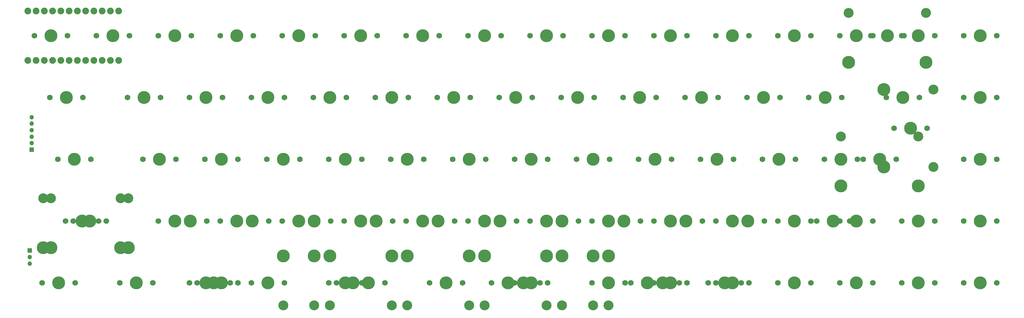
<source format=gts>
G04 #@! TF.GenerationSoftware,KiCad,Pcbnew,(5.1.8-0-10_14)*
G04 #@! TF.CreationDate,2021-09-26T01:44:44+09:00*
G04 #@! TF.ProjectId,ts69v3,74733639-7633-42e6-9b69-6361645f7063,rev?*
G04 #@! TF.SameCoordinates,Original*
G04 #@! TF.FileFunction,Soldermask,Top*
G04 #@! TF.FilePolarity,Negative*
%FSLAX46Y46*%
G04 Gerber Fmt 4.6, Leading zero omitted, Abs format (unit mm)*
G04 Created by KiCad (PCBNEW (5.1.8-0-10_14)) date 2021-09-26 01:44:44*
%MOMM*%
%LPD*%
G01*
G04 APERTURE LIST*
%ADD10C,3.987800*%
%ADD11C,1.750000*%
%ADD12C,3.048000*%
%ADD13R,1.350000X1.350000*%
%ADD14O,1.350000X1.350000*%
%ADD15C,2.082800*%
G04 APERTURE END LIST*
D10*
X157162500Y-35718750D03*
D11*
X152082500Y-35718750D03*
X162242500Y-35718750D03*
D10*
X42862500Y-35718750D03*
D11*
X37782500Y-35718750D03*
X47942500Y-35718750D03*
X133667500Y-54768750D03*
X123507500Y-54768750D03*
D10*
X128587500Y-54768750D03*
D11*
X9842500Y-35718750D03*
X-317500Y-35718750D03*
D10*
X4762500Y-35718750D03*
X7143750Y-111918750D03*
D11*
X2063750Y-111918750D03*
X12223750Y-111918750D03*
D10*
X23812500Y-35718750D03*
D11*
X18732500Y-35718750D03*
X28892500Y-35718750D03*
D10*
X9525000Y-54768750D03*
D11*
X4445000Y-54768750D03*
X14605000Y-54768750D03*
X16986250Y-73818750D03*
X6826250Y-73818750D03*
D10*
X11906250Y-73818750D03*
X176212500Y-35718750D03*
D11*
X171132500Y-35718750D03*
X181292500Y-35718750D03*
D10*
X119062500Y-35718750D03*
D11*
X113982500Y-35718750D03*
X124142500Y-35718750D03*
X100330000Y-73818750D03*
X90170000Y-73818750D03*
D10*
X95250000Y-73818750D03*
X14287512Y-92868828D03*
D11*
X9207512Y-92868828D03*
X19367512Y-92868828D03*
D12*
X2381262Y-85883828D03*
X26193762Y-85883828D03*
D10*
X2381262Y-101123828D03*
X26193762Y-101123828D03*
D11*
X152717500Y-54768750D03*
X142557500Y-54768750D03*
D10*
X147637500Y-54768750D03*
D11*
X38417500Y-54768750D03*
X28257500Y-54768750D03*
D10*
X33337500Y-54768750D03*
X209550000Y-73818750D03*
D11*
X204470000Y-73818750D03*
X214630000Y-73818750D03*
D10*
X123825000Y-92868750D03*
D11*
X118745000Y-92868750D03*
X128905000Y-92868750D03*
X257492500Y-111918750D03*
X247332500Y-111918750D03*
D10*
X252412500Y-111918750D03*
D11*
X295592500Y-54768750D03*
X285432500Y-54768750D03*
D10*
X290512500Y-54768750D03*
D11*
X36036250Y-111918750D03*
X25876250Y-111918750D03*
D10*
X30956250Y-111918750D03*
X271462500Y-82073750D03*
X247650000Y-82073750D03*
D12*
X271462500Y-66833750D03*
X247650000Y-66833750D03*
D11*
X264636250Y-73818750D03*
X254476250Y-73818750D03*
D10*
X259556250Y-73818750D03*
X100012500Y-35718750D03*
D11*
X94932500Y-35718750D03*
X105092500Y-35718750D03*
D10*
X61912500Y-35718750D03*
D11*
X56832500Y-35718750D03*
X66992500Y-35718750D03*
D10*
X138112500Y-35718750D03*
D11*
X133032500Y-35718750D03*
X143192500Y-35718750D03*
D10*
X95250000Y-111918750D03*
D11*
X90170000Y-111918750D03*
X100330000Y-111918750D03*
D12*
X76200000Y-118903750D03*
X114300000Y-118903750D03*
D10*
X76200000Y-103663750D03*
X114300000Y-103663750D03*
X290512500Y-35718750D03*
D11*
X285432500Y-35718750D03*
X295592500Y-35718750D03*
X238442500Y-111918750D03*
X228282500Y-111918750D03*
D10*
X233362500Y-111918750D03*
X195262500Y-35718750D03*
D11*
X190182500Y-35718750D03*
X200342500Y-35718750D03*
D10*
X80962500Y-35718750D03*
D11*
X75882500Y-35718750D03*
X86042500Y-35718750D03*
X186055000Y-92868750D03*
X175895000Y-92868750D03*
D10*
X180975000Y-92868750D03*
X152400000Y-111918750D03*
D11*
X147320000Y-111918750D03*
X157480000Y-111918750D03*
D12*
X133350000Y-118903750D03*
X171450000Y-118903750D03*
D10*
X133350000Y-103663750D03*
X171450000Y-103663750D03*
D11*
X62230000Y-73818750D03*
X52070000Y-73818750D03*
D10*
X57150000Y-73818750D03*
X28575000Y-101123750D03*
X4762500Y-101123750D03*
D12*
X28575000Y-85883750D03*
X4762500Y-85883750D03*
D11*
X21748750Y-92868750D03*
X11588750Y-92868750D03*
D10*
X16668750Y-92868750D03*
X38100000Y-73818750D03*
D11*
X33020000Y-73818750D03*
X43180000Y-73818750D03*
X57467500Y-54768750D03*
X47307500Y-54768750D03*
D10*
X52387500Y-54768750D03*
X47625000Y-92868750D03*
D11*
X42545000Y-92868750D03*
X52705000Y-92868750D03*
X59848750Y-111918750D03*
X49688750Y-111918750D03*
D10*
X54768750Y-111918750D03*
D11*
X76517500Y-54768750D03*
X66357500Y-54768750D03*
D10*
X71437500Y-54768750D03*
D11*
X81280000Y-73818750D03*
X71120000Y-73818750D03*
D10*
X76200000Y-73818750D03*
X66675000Y-92868750D03*
D11*
X61595000Y-92868750D03*
X71755000Y-92868750D03*
X95567500Y-54768750D03*
X85407500Y-54768750D03*
D10*
X90487500Y-54768750D03*
X85725000Y-92868750D03*
D11*
X80645000Y-92868750D03*
X90805000Y-92868750D03*
X114617500Y-54768750D03*
X104457500Y-54768750D03*
D10*
X109537500Y-54768750D03*
D11*
X119380000Y-73818750D03*
X109220000Y-73818750D03*
D10*
X114300000Y-73818750D03*
X104775000Y-92868750D03*
D11*
X99695000Y-92868750D03*
X109855000Y-92868750D03*
X138430000Y-73818750D03*
X128270000Y-73818750D03*
D10*
X133350000Y-73818750D03*
D11*
X157480000Y-73818750D03*
X147320000Y-73818750D03*
D10*
X152400000Y-73818750D03*
X142875000Y-92868750D03*
D11*
X137795000Y-92868750D03*
X147955000Y-92868750D03*
X171767500Y-54768750D03*
X161607500Y-54768750D03*
D10*
X166687500Y-54768750D03*
D11*
X176530000Y-73818750D03*
X166370000Y-73818750D03*
D10*
X171450000Y-73818750D03*
X161925000Y-92868750D03*
D11*
X156845000Y-92868750D03*
X167005000Y-92868750D03*
X190817500Y-54768750D03*
X180657500Y-54768750D03*
D10*
X185737500Y-54768750D03*
X190500000Y-73818750D03*
D11*
X185420000Y-73818750D03*
X195580000Y-73818750D03*
X209867500Y-54768750D03*
X199707500Y-54768750D03*
D10*
X204787500Y-54768750D03*
D11*
X205105000Y-92868750D03*
X194945000Y-92868750D03*
D10*
X200025000Y-92868750D03*
X192881250Y-111918750D03*
D11*
X187801250Y-111918750D03*
X197961250Y-111918750D03*
D10*
X214312500Y-35718750D03*
D11*
X209232500Y-35718750D03*
X219392500Y-35718750D03*
X228917500Y-54768750D03*
X218757500Y-54768750D03*
D10*
X223837500Y-54768750D03*
X219075000Y-92868750D03*
D11*
X213995000Y-92868750D03*
X224155000Y-92868750D03*
X219392500Y-111918750D03*
X209232500Y-111918750D03*
D10*
X214312500Y-111918750D03*
X233362500Y-35718750D03*
D11*
X228282500Y-35718750D03*
X238442500Y-35718750D03*
X247877501Y-54768750D03*
X237717501Y-54768750D03*
D10*
X242797501Y-54768750D03*
X228600000Y-73818750D03*
D11*
X223520000Y-73818750D03*
X233680000Y-73818750D03*
D10*
X252412500Y-35718750D03*
D11*
X247332500Y-35718750D03*
X257492500Y-35718750D03*
D10*
X273843750Y-43973750D03*
X250031250Y-43973750D03*
D12*
X273843750Y-28733750D03*
X250031250Y-28733750D03*
D11*
X267017500Y-35718750D03*
X256857500Y-35718750D03*
D10*
X261937500Y-35718750D03*
X271462500Y-35718750D03*
D11*
X266382500Y-35718750D03*
X276542500Y-35718750D03*
X271780000Y-54768750D03*
X261620000Y-54768750D03*
D10*
X266700000Y-54768750D03*
D11*
X276542500Y-92868750D03*
X266382500Y-92868750D03*
D10*
X271462500Y-92868750D03*
D11*
X276542500Y-111918750D03*
X266382500Y-111918750D03*
D10*
X271462500Y-111918750D03*
X290512500Y-92868750D03*
D11*
X285432500Y-92868750D03*
X295592500Y-92868750D03*
X295592500Y-111918750D03*
X285432500Y-111918750D03*
D10*
X290512500Y-111918750D03*
D13*
X-1785939Y-101965714D03*
D14*
X-1785939Y-103965714D03*
X-1785939Y-105965714D03*
D13*
X-1190626Y-70842247D03*
D14*
X-1190626Y-68842247D03*
X-1190626Y-66842247D03*
X-1190626Y-64842247D03*
X-1190626Y-62842247D03*
X-1190626Y-60842247D03*
D11*
X76517500Y-111918750D03*
X66357500Y-111918750D03*
D10*
X71437500Y-111918750D03*
X176212500Y-111918750D03*
D11*
X171132500Y-111918750D03*
X181292500Y-111918750D03*
X295592500Y-73818750D03*
X285432500Y-73818750D03*
D10*
X290512500Y-73818750D03*
D11*
X250349780Y-92869140D03*
X240189780Y-92869140D03*
D10*
X245269780Y-92869140D03*
X145256860Y-111919220D03*
D11*
X140176860Y-111919220D03*
X150336860Y-111919220D03*
D12*
X133350610Y-118904220D03*
X157163110Y-118904220D03*
D10*
X133350610Y-103664220D03*
X157163110Y-103664220D03*
X150019380Y-111919220D03*
D11*
X144939380Y-111919220D03*
X155099380Y-111919220D03*
D12*
X138113130Y-118904220D03*
X161925630Y-118904220D03*
D10*
X138113130Y-103664220D03*
X161925630Y-103664220D03*
X114300430Y-103664220D03*
X90487930Y-103664220D03*
D12*
X114300430Y-118904220D03*
X90487930Y-118904220D03*
D11*
X107474180Y-111919220D03*
X97314180Y-111919220D03*
D10*
X102394180Y-111919220D03*
X109537910Y-103664220D03*
X85725410Y-103664220D03*
D12*
X109537910Y-118904220D03*
X85725410Y-118904220D03*
D11*
X102711660Y-111919220D03*
X92551660Y-111919220D03*
D10*
X97631660Y-111919220D03*
D11*
X62230048Y-111918844D03*
X52070048Y-111918844D03*
D10*
X57150048Y-111918844D03*
D11*
X200342664Y-111918844D03*
X190182664Y-111918844D03*
D10*
X195262664Y-111918844D03*
X188118908Y-111918844D03*
D11*
X183038908Y-111918844D03*
X193198908Y-111918844D03*
X217011428Y-111918844D03*
X206851428Y-111918844D03*
D10*
X211931428Y-111918844D03*
D11*
X57467544Y-111918844D03*
X47307544Y-111918844D03*
D10*
X52387544Y-111918844D03*
X176206256Y-103663844D03*
X76206456Y-103663844D03*
D12*
X176206256Y-118903844D03*
X76206456Y-118903844D03*
D11*
X131286356Y-111918844D03*
X121126356Y-111918844D03*
D10*
X126206356Y-111918844D03*
D15*
X-2381252Y-28098780D03*
X158748Y-28098780D03*
X2698748Y-28098780D03*
X5238748Y-28098780D03*
X7778748Y-28098780D03*
X10318748Y-28098780D03*
X12858748Y-28098780D03*
X15398748Y-28098780D03*
X17938748Y-28098780D03*
X20478748Y-28098780D03*
X23018748Y-28098780D03*
X25558748Y-28098780D03*
X25558748Y-43338780D03*
X23018748Y-43338780D03*
X20478748Y-43338780D03*
X17938748Y-43338780D03*
X15398748Y-43338780D03*
X12858748Y-43338780D03*
X10318748Y-43338780D03*
X7778748Y-43338780D03*
X5238748Y-43338780D03*
X2698748Y-43338780D03*
X158748Y-43338780D03*
X-2381252Y-43338780D03*
D11*
X47942536Y-92868828D03*
X37782536Y-92868828D03*
D10*
X42862536Y-92868828D03*
X61912552Y-92868828D03*
D11*
X56832552Y-92868828D03*
X66992552Y-92868828D03*
X86042568Y-92868828D03*
X75882568Y-92868828D03*
D10*
X80962568Y-92868828D03*
X100012584Y-92868828D03*
D11*
X94932584Y-92868828D03*
X105092584Y-92868828D03*
X124142600Y-92868828D03*
X113982600Y-92868828D03*
D10*
X119062600Y-92868828D03*
X138112616Y-92868828D03*
D11*
X133032616Y-92868828D03*
X143192616Y-92868828D03*
X162242632Y-92868828D03*
X152082632Y-92868828D03*
D10*
X157162632Y-92868828D03*
X176212648Y-92868828D03*
D11*
X171132648Y-92868828D03*
X181292648Y-92868828D03*
X200342664Y-92868828D03*
X190182664Y-92868828D03*
D10*
X195262664Y-92868828D03*
X214312680Y-92868828D03*
D11*
X209232680Y-92868828D03*
X219392680Y-92868828D03*
D10*
X233362696Y-92868828D03*
D11*
X228282696Y-92868828D03*
X238442696Y-92868828D03*
X252730208Y-73818812D03*
X242570208Y-73818812D03*
D10*
X247650208Y-73818812D03*
D11*
X257492712Y-92868828D03*
X247332712Y-92868828D03*
D10*
X252412712Y-92868828D03*
D12*
X276066476Y-76231804D03*
D11*
X264001476Y-64293804D03*
D12*
X276066476Y-52355804D03*
D10*
X260826476Y-52355804D03*
X260826476Y-76231804D03*
X269081476Y-64293804D03*
D11*
X274161476Y-64293804D03*
M02*

</source>
